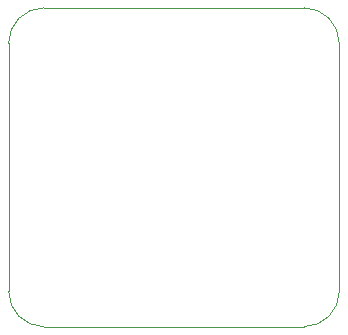
<source format=gbr>
G04 #@! TF.GenerationSoftware,KiCad,Pcbnew,5.1.5+dfsg1-2build2*
G04 #@! TF.CreationDate,2020-07-23T00:46:52+04:00*
G04 #@! TF.ProjectId,RailLink_Elsys_Adapter,5261696c-4c69-46e6-9b5f-456c7379735f,rev?*
G04 #@! TF.SameCoordinates,Original*
G04 #@! TF.FileFunction,Legend,Bot*
G04 #@! TF.FilePolarity,Positive*
%FSLAX46Y46*%
G04 Gerber Fmt 4.6, Leading zero omitted, Abs format (unit mm)*
G04 Created by KiCad (PCBNEW 5.1.5+dfsg1-2build2) date 2020-07-23 00:46:52*
%MOMM*%
%LPD*%
G04 APERTURE LIST*
%ADD10C,0.050000*%
%ADD11O,1.802000X1.802000*%
%ADD12R,1.802000X1.802000*%
%ADD13R,1.829200X1.829200*%
%ADD14O,1.829200X1.829200*%
G04 APERTURE END LIST*
D10*
X125000000Y-82000000D02*
G75*
G02X122000000Y-79000000I0J3000000D01*
G01*
X150000000Y-79000000D02*
G75*
G02X147000000Y-82000000I-3000000J0D01*
G01*
X147000000Y-55000000D02*
G75*
G02X150000000Y-58000000I0J-3000000D01*
G01*
X122000000Y-58000000D02*
G75*
G02X125000000Y-55000000I3000000J0D01*
G01*
X122000000Y-79000000D02*
X122000000Y-58000000D01*
X147000000Y-82000000D02*
X125000000Y-82000000D01*
X150000000Y-58000000D02*
X150000000Y-79000000D01*
X125000000Y-55000000D02*
X147000000Y-55000000D01*
%LPC*%
D11*
X142040000Y-76400000D03*
D12*
X139500000Y-76400000D03*
D11*
X147400000Y-79240000D03*
X147400000Y-76700000D03*
X147400000Y-74160000D03*
X147400000Y-71620000D03*
X147400000Y-69080000D03*
X147400000Y-66540000D03*
D12*
X147400000Y-64000000D03*
D11*
X142040000Y-80100000D03*
D12*
X139500000Y-80100000D03*
D13*
X133600000Y-75700000D03*
D14*
X131060000Y-75700000D03*
X133600000Y-73160000D03*
X131060000Y-73160000D03*
X133600000Y-70620000D03*
X131060000Y-70620000D03*
X133600000Y-68080000D03*
X131060000Y-68080000D03*
X133600000Y-65540000D03*
X131060000Y-65540000D03*
X133600000Y-63000000D03*
X131060000Y-63000000D03*
X142040000Y-69080000D03*
X139500000Y-69080000D03*
X142040000Y-66540000D03*
X139500000Y-66540000D03*
X142040000Y-64000000D03*
D13*
X139500000Y-64000000D03*
M02*

</source>
